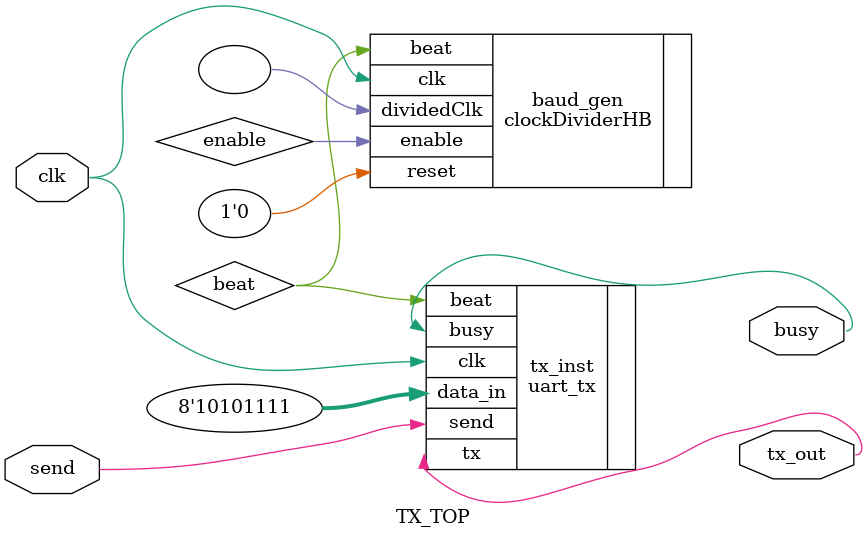
<source format=v>
`timescale 1ns / 1ps


module TX_TOP(
input wire clk,
input wire send,
output wire tx_out,
output wire busy
    );
    
wire beat;
wire dividedClk;  // Optional, can be ignored
wire reset;
reg enable;

clockDividerHB #(.THRESHOLD(10416)) baud_gen (
    .clk(clk),
    .reset(1'b0),
    .enable(enable),
    .dividedClk(),
    .beat(beat)
);



  
uart_tx tx_inst (
.clk(clk),
.beat(beat),                 // From clockDividerHB2
.data_in(8'hAF),
.send(send),
.tx(tx_out),
.busy(busy)
);

    
    
endmodule

</source>
